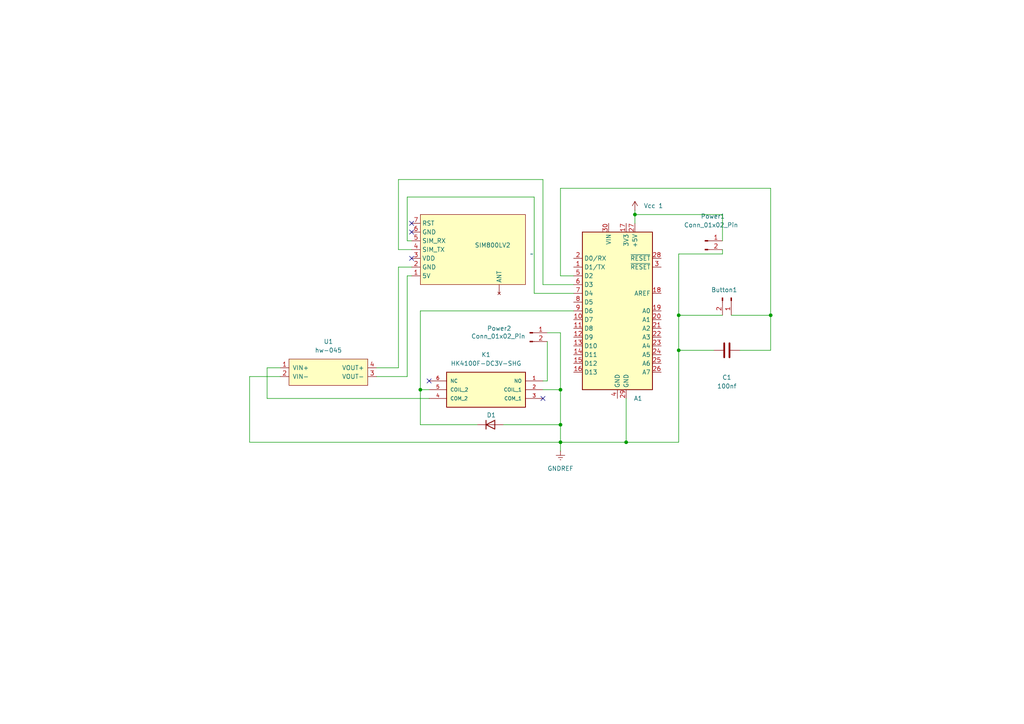
<source format=kicad_sch>
(kicad_sch
	(version 20231120)
	(generator "eeschema")
	(generator_version "8.0")
	(uuid "e16248c1-29cb-4fec-990c-2ca256fed6df")
	(paper "A4")
	(lib_symbols
		(symbol "Connector:Conn_01x02_Pin"
			(pin_names
				(offset 1.016) hide)
			(exclude_from_sim no)
			(in_bom yes)
			(on_board yes)
			(property "Reference" "J"
				(at 0 2.54 0)
				(effects
					(font
						(size 1.27 1.27)
					)
				)
			)
			(property "Value" "Conn_01x02_Pin"
				(at 0 -5.08 0)
				(effects
					(font
						(size 1.27 1.27)
					)
				)
			)
			(property "Footprint" ""
				(at 0 0 0)
				(effects
					(font
						(size 1.27 1.27)
					)
					(hide yes)
				)
			)
			(property "Datasheet" "~"
				(at 0 0 0)
				(effects
					(font
						(size 1.27 1.27)
					)
					(hide yes)
				)
			)
			(property "Description" "Generic connector, single row, 01x02, script generated"
				(at 0 0 0)
				(effects
					(font
						(size 1.27 1.27)
					)
					(hide yes)
				)
			)
			(property "ki_locked" ""
				(at 0 0 0)
				(effects
					(font
						(size 1.27 1.27)
					)
				)
			)
			(property "ki_keywords" "connector"
				(at 0 0 0)
				(effects
					(font
						(size 1.27 1.27)
					)
					(hide yes)
				)
			)
			(property "ki_fp_filters" "Connector*:*_1x??_*"
				(at 0 0 0)
				(effects
					(font
						(size 1.27 1.27)
					)
					(hide yes)
				)
			)
			(symbol "Conn_01x02_Pin_1_1"
				(polyline
					(pts
						(xy 1.27 -2.54) (xy 0.8636 -2.54)
					)
					(stroke
						(width 0.1524)
						(type default)
					)
					(fill
						(type none)
					)
				)
				(polyline
					(pts
						(xy 1.27 0) (xy 0.8636 0)
					)
					(stroke
						(width 0.1524)
						(type default)
					)
					(fill
						(type none)
					)
				)
				(rectangle
					(start 0.8636 -2.413)
					(end 0 -2.667)
					(stroke
						(width 0.1524)
						(type default)
					)
					(fill
						(type outline)
					)
				)
				(rectangle
					(start 0.8636 0.127)
					(end 0 -0.127)
					(stroke
						(width 0.1524)
						(type default)
					)
					(fill
						(type outline)
					)
				)
				(pin passive line
					(at 5.08 0 180)
					(length 3.81)
					(name "Pin_1"
						(effects
							(font
								(size 1.27 1.27)
							)
						)
					)
					(number "1"
						(effects
							(font
								(size 1.27 1.27)
							)
						)
					)
				)
				(pin passive line
					(at 5.08 -2.54 180)
					(length 3.81)
					(name "Pin_2"
						(effects
							(font
								(size 1.27 1.27)
							)
						)
					)
					(number "2"
						(effects
							(font
								(size 1.27 1.27)
							)
						)
					)
				)
			)
		)
		(symbol "Device:C"
			(pin_numbers hide)
			(pin_names
				(offset 0.254)
			)
			(exclude_from_sim no)
			(in_bom yes)
			(on_board yes)
			(property "Reference" "C"
				(at 0.635 2.54 0)
				(effects
					(font
						(size 1.27 1.27)
					)
					(justify left)
				)
			)
			(property "Value" "C"
				(at 0.635 -2.54 0)
				(effects
					(font
						(size 1.27 1.27)
					)
					(justify left)
				)
			)
			(property "Footprint" ""
				(at 0.9652 -3.81 0)
				(effects
					(font
						(size 1.27 1.27)
					)
					(hide yes)
				)
			)
			(property "Datasheet" "~"
				(at 0 0 0)
				(effects
					(font
						(size 1.27 1.27)
					)
					(hide yes)
				)
			)
			(property "Description" "Unpolarized capacitor"
				(at 0 0 0)
				(effects
					(font
						(size 1.27 1.27)
					)
					(hide yes)
				)
			)
			(property "ki_keywords" "cap capacitor"
				(at 0 0 0)
				(effects
					(font
						(size 1.27 1.27)
					)
					(hide yes)
				)
			)
			(property "ki_fp_filters" "C_*"
				(at 0 0 0)
				(effects
					(font
						(size 1.27 1.27)
					)
					(hide yes)
				)
			)
			(symbol "C_0_1"
				(polyline
					(pts
						(xy -2.032 -0.762) (xy 2.032 -0.762)
					)
					(stroke
						(width 0.508)
						(type default)
					)
					(fill
						(type none)
					)
				)
				(polyline
					(pts
						(xy -2.032 0.762) (xy 2.032 0.762)
					)
					(stroke
						(width 0.508)
						(type default)
					)
					(fill
						(type none)
					)
				)
			)
			(symbol "C_1_1"
				(pin passive line
					(at 0 3.81 270)
					(length 2.794)
					(name "~"
						(effects
							(font
								(size 1.27 1.27)
							)
						)
					)
					(number "1"
						(effects
							(font
								(size 1.27 1.27)
							)
						)
					)
				)
				(pin passive line
					(at 0 -3.81 90)
					(length 2.794)
					(name "~"
						(effects
							(font
								(size 1.27 1.27)
							)
						)
					)
					(number "2"
						(effects
							(font
								(size 1.27 1.27)
							)
						)
					)
				)
			)
		)
		(symbol "Device:D"
			(pin_numbers hide)
			(pin_names
				(offset 1.016) hide)
			(exclude_from_sim no)
			(in_bom yes)
			(on_board yes)
			(property "Reference" "D"
				(at 0 2.54 0)
				(effects
					(font
						(size 1.27 1.27)
					)
				)
			)
			(property "Value" "D"
				(at 0 -2.54 0)
				(effects
					(font
						(size 1.27 1.27)
					)
				)
			)
			(property "Footprint" ""
				(at 0 0 0)
				(effects
					(font
						(size 1.27 1.27)
					)
					(hide yes)
				)
			)
			(property "Datasheet" "~"
				(at 0 0 0)
				(effects
					(font
						(size 1.27 1.27)
					)
					(hide yes)
				)
			)
			(property "Description" "Diode"
				(at 0 0 0)
				(effects
					(font
						(size 1.27 1.27)
					)
					(hide yes)
				)
			)
			(property "Sim.Device" "D"
				(at 0 0 0)
				(effects
					(font
						(size 1.27 1.27)
					)
					(hide yes)
				)
			)
			(property "Sim.Pins" "1=K 2=A"
				(at 0 0 0)
				(effects
					(font
						(size 1.27 1.27)
					)
					(hide yes)
				)
			)
			(property "ki_keywords" "diode"
				(at 0 0 0)
				(effects
					(font
						(size 1.27 1.27)
					)
					(hide yes)
				)
			)
			(property "ki_fp_filters" "TO-???* *_Diode_* *SingleDiode* D_*"
				(at 0 0 0)
				(effects
					(font
						(size 1.27 1.27)
					)
					(hide yes)
				)
			)
			(symbol "D_0_1"
				(polyline
					(pts
						(xy -1.27 1.27) (xy -1.27 -1.27)
					)
					(stroke
						(width 0.254)
						(type default)
					)
					(fill
						(type none)
					)
				)
				(polyline
					(pts
						(xy 1.27 0) (xy -1.27 0)
					)
					(stroke
						(width 0)
						(type default)
					)
					(fill
						(type none)
					)
				)
				(polyline
					(pts
						(xy 1.27 1.27) (xy 1.27 -1.27) (xy -1.27 0) (xy 1.27 1.27)
					)
					(stroke
						(width 0.254)
						(type default)
					)
					(fill
						(type none)
					)
				)
			)
			(symbol "D_1_1"
				(pin passive line
					(at -3.81 0 0)
					(length 2.54)
					(name "K"
						(effects
							(font
								(size 1.27 1.27)
							)
						)
					)
					(number "1"
						(effects
							(font
								(size 1.27 1.27)
							)
						)
					)
				)
				(pin passive line
					(at 3.81 0 180)
					(length 2.54)
					(name "A"
						(effects
							(font
								(size 1.27 1.27)
							)
						)
					)
					(number "2"
						(effects
							(font
								(size 1.27 1.27)
							)
						)
					)
				)
			)
		)
		(symbol "HK4100F-DC5V-SHG:HK4100F-DC5V-SHG"
			(pin_names
				(offset 1.016)
			)
			(exclude_from_sim no)
			(in_bom yes)
			(on_board yes)
			(property "Reference" "K"
				(at -10.16 10.16 0)
				(effects
					(font
						(size 1.27 1.27)
					)
					(justify left)
				)
			)
			(property "Value" "HK4100F-DC5V-SHG"
				(at -10.16 7.62 0)
				(effects
					(font
						(size 1.27 1.27)
					)
					(justify left)
				)
			)
			(property "Footprint" "HK4100F-DC5V-SHG:HK4100FDC5VSHG"
				(at 0 0 0)
				(effects
					(font
						(size 1.27 1.27)
					)
					(justify bottom)
					(hide yes)
				)
			)
			(property "Datasheet" ""
				(at 0 0 0)
				(effects
					(font
						(size 1.27 1.27)
					)
					(hide yes)
				)
			)
			(property "Description" "Relays General Purpose Non Latching 5VDC SPDT 3A (250VAC , 30VDC) Max DIP RoHS"
				(at 0 0 0)
				(effects
					(font
						(size 1.27 1.27)
					)
					(justify bottom)
					(hide yes)
				)
			)
			(property "MANUFACTURER_NAME" "Ningbo Keke New Era Appliance"
				(at 0 0 0)
				(effects
					(font
						(size 1.27 1.27)
					)
					(justify bottom)
					(hide yes)
				)
			)
			(property "MF" "HUIKE"
				(at 0 0 0)
				(effects
					(font
						(size 1.27 1.27)
					)
					(justify bottom)
					(hide yes)
				)
			)
			(property "MOUSER_PRICE-STOCK" ""
				(at 0 0 0)
				(effects
					(font
						(size 1.27 1.27)
					)
					(justify bottom)
					(hide yes)
				)
			)
			(property "MOUSER_PART_NUMBER" ""
				(at 0 0 0)
				(effects
					(font
						(size 1.27 1.27)
					)
					(justify bottom)
					(hide yes)
				)
			)
			(property "Price" "None"
				(at 0 0 0)
				(effects
					(font
						(size 1.27 1.27)
					)
					(justify bottom)
					(hide yes)
				)
			)
			(property "Package" "Package"
				(at 0 0 0)
				(effects
					(font
						(size 1.27 1.27)
					)
					(justify bottom)
					(hide yes)
				)
			)
			(property "Check_prices" "https://www.snapeda.com/parts/HK4100F-DC5V-SHG/HUIKE/view-part/?ref=eda"
				(at 0 0 0)
				(effects
					(font
						(size 1.27 1.27)
					)
					(justify bottom)
					(hide yes)
				)
			)
			(property "HEIGHT" "12.1mm"
				(at 0 0 0)
				(effects
					(font
						(size 1.27 1.27)
					)
					(justify bottom)
					(hide yes)
				)
			)
			(property "MP" "HK4100F-DC5V-SHG"
				(at 0 0 0)
				(effects
					(font
						(size 1.27 1.27)
					)
					(justify bottom)
					(hide yes)
				)
			)
			(property "SnapEDA_Link" "https://www.snapeda.com/parts/HK4100F-DC5V-SHG/HUIKE/view-part/?ref=snap"
				(at 0 0 0)
				(effects
					(font
						(size 1.27 1.27)
					)
					(justify bottom)
					(hide yes)
				)
			)
			(property "ARROW_PRICE-STOCK" ""
				(at 0 0 0)
				(effects
					(font
						(size 1.27 1.27)
					)
					(justify bottom)
					(hide yes)
				)
			)
			(property "ARROW_PART_NUMBER" ""
				(at 0 0 0)
				(effects
					(font
						(size 1.27 1.27)
					)
					(justify bottom)
					(hide yes)
				)
			)
			(property "Description_1" "\n                        \n                            SUBMINIATURE SIGNAL RELAY\n                        \n"
				(at 0 0 0)
				(effects
					(font
						(size 1.27 1.27)
					)
					(justify bottom)
					(hide yes)
				)
			)
			(property "Availability" "Not in stock"
				(at 0 0 0)
				(effects
					(font
						(size 1.27 1.27)
					)
					(justify bottom)
					(hide yes)
				)
			)
			(property "MANUFACTURER_PART_NUMBER" "HK4100F-DC5V-SHG"
				(at 0 0 0)
				(effects
					(font
						(size 1.27 1.27)
					)
					(justify bottom)
					(hide yes)
				)
			)
			(symbol "HK4100F-DC5V-SHG_0_0"
				(rectangle
					(start -11.43 -5.08)
					(end 11.43 5.08)
					(stroke
						(width 0.254)
						(type default)
					)
					(fill
						(type background)
					)
				)
				(pin output line
					(at 16.51 2.54 180)
					(length 5.08)
					(name "NO"
						(effects
							(font
								(size 1.016 1.016)
							)
						)
					)
					(number "1"
						(effects
							(font
								(size 1.016 1.016)
							)
						)
					)
				)
				(pin bidirectional line
					(at 16.51 0 180)
					(length 5.08)
					(name "COIL_1"
						(effects
							(font
								(size 1.016 1.016)
							)
						)
					)
					(number "2"
						(effects
							(font
								(size 1.016 1.016)
							)
						)
					)
				)
				(pin bidirectional line
					(at 16.51 -2.54 180)
					(length 5.08)
					(name "COM_1"
						(effects
							(font
								(size 1.016 1.016)
							)
						)
					)
					(number "3"
						(effects
							(font
								(size 1.016 1.016)
							)
						)
					)
				)
				(pin bidirectional line
					(at -16.51 -2.54 0)
					(length 5.08)
					(name "COM_2"
						(effects
							(font
								(size 1.016 1.016)
							)
						)
					)
					(number "4"
						(effects
							(font
								(size 1.016 1.016)
							)
						)
					)
				)
				(pin bidirectional line
					(at -16.51 0 0)
					(length 5.08)
					(name "COIL_2"
						(effects
							(font
								(size 1.016 1.016)
							)
						)
					)
					(number "5"
						(effects
							(font
								(size 1.016 1.016)
							)
						)
					)
				)
				(pin output line
					(at -16.51 2.54 0)
					(length 5.08)
					(name "NC"
						(effects
							(font
								(size 1.016 1.016)
							)
						)
					)
					(number "6"
						(effects
							(font
								(size 1.016 1.016)
							)
						)
					)
				)
			)
		)
		(symbol "MCU_Module:Arduino_Nano_v3.x"
			(exclude_from_sim no)
			(in_bom yes)
			(on_board yes)
			(property "Reference" "A"
				(at -10.16 23.495 0)
				(effects
					(font
						(size 1.27 1.27)
					)
					(justify left bottom)
				)
			)
			(property "Value" "Arduino_Nano_v3.x"
				(at 5.08 -24.13 0)
				(effects
					(font
						(size 1.27 1.27)
					)
					(justify left top)
				)
			)
			(property "Footprint" "Module:Arduino_Nano"
				(at 0 0 0)
				(effects
					(font
						(size 1.27 1.27)
						(italic yes)
					)
					(hide yes)
				)
			)
			(property "Datasheet" "http://www.mouser.com/pdfdocs/Gravitech_Arduino_Nano3_0.pdf"
				(at 0 0 0)
				(effects
					(font
						(size 1.27 1.27)
					)
					(hide yes)
				)
			)
			(property "Description" "Arduino Nano v3.x"
				(at 0 0 0)
				(effects
					(font
						(size 1.27 1.27)
					)
					(hide yes)
				)
			)
			(property "ki_keywords" "Arduino nano microcontroller module USB"
				(at 0 0 0)
				(effects
					(font
						(size 1.27 1.27)
					)
					(hide yes)
				)
			)
			(property "ki_fp_filters" "Arduino*Nano*"
				(at 0 0 0)
				(effects
					(font
						(size 1.27 1.27)
					)
					(hide yes)
				)
			)
			(symbol "Arduino_Nano_v3.x_0_1"
				(rectangle
					(start -10.16 22.86)
					(end 10.16 -22.86)
					(stroke
						(width 0.254)
						(type default)
					)
					(fill
						(type background)
					)
				)
			)
			(symbol "Arduino_Nano_v3.x_1_1"
				(pin bidirectional line
					(at -12.7 12.7 0)
					(length 2.54)
					(name "D1/TX"
						(effects
							(font
								(size 1.27 1.27)
							)
						)
					)
					(number "1"
						(effects
							(font
								(size 1.27 1.27)
							)
						)
					)
				)
				(pin bidirectional line
					(at -12.7 -2.54 0)
					(length 2.54)
					(name "D7"
						(effects
							(font
								(size 1.27 1.27)
							)
						)
					)
					(number "10"
						(effects
							(font
								(size 1.27 1.27)
							)
						)
					)
				)
				(pin bidirectional line
					(at -12.7 -5.08 0)
					(length 2.54)
					(name "D8"
						(effects
							(font
								(size 1.27 1.27)
							)
						)
					)
					(number "11"
						(effects
							(font
								(size 1.27 1.27)
							)
						)
					)
				)
				(pin bidirectional line
					(at -12.7 -7.62 0)
					(length 2.54)
					(name "D9"
						(effects
							(font
								(size 1.27 1.27)
							)
						)
					)
					(number "12"
						(effects
							(font
								(size 1.27 1.27)
							)
						)
					)
				)
				(pin bidirectional line
					(at -12.7 -10.16 0)
					(length 2.54)
					(name "D10"
						(effects
							(font
								(size 1.27 1.27)
							)
						)
					)
					(number "13"
						(effects
							(font
								(size 1.27 1.27)
							)
						)
					)
				)
				(pin bidirectional line
					(at -12.7 -12.7 0)
					(length 2.54)
					(name "D11"
						(effects
							(font
								(size 1.27 1.27)
							)
						)
					)
					(number "14"
						(effects
							(font
								(size 1.27 1.27)
							)
						)
					)
				)
				(pin bidirectional line
					(at -12.7 -15.24 0)
					(length 2.54)
					(name "D12"
						(effects
							(font
								(size 1.27 1.27)
							)
						)
					)
					(number "15"
						(effects
							(font
								(size 1.27 1.27)
							)
						)
					)
				)
				(pin bidirectional line
					(at -12.7 -17.78 0)
					(length 2.54)
					(name "D13"
						(effects
							(font
								(size 1.27 1.27)
							)
						)
					)
					(number "16"
						(effects
							(font
								(size 1.27 1.27)
							)
						)
					)
				)
				(pin power_out line
					(at 2.54 25.4 270)
					(length 2.54)
					(name "3V3"
						(effects
							(font
								(size 1.27 1.27)
							)
						)
					)
					(number "17"
						(effects
							(font
								(size 1.27 1.27)
							)
						)
					)
				)
				(pin input line
					(at 12.7 5.08 180)
					(length 2.54)
					(name "AREF"
						(effects
							(font
								(size 1.27 1.27)
							)
						)
					)
					(number "18"
						(effects
							(font
								(size 1.27 1.27)
							)
						)
					)
				)
				(pin bidirectional line
					(at 12.7 0 180)
					(length 2.54)
					(name "A0"
						(effects
							(font
								(size 1.27 1.27)
							)
						)
					)
					(number "19"
						(effects
							(font
								(size 1.27 1.27)
							)
						)
					)
				)
				(pin bidirectional line
					(at -12.7 15.24 0)
					(length 2.54)
					(name "D0/RX"
						(effects
							(font
								(size 1.27 1.27)
							)
						)
					)
					(number "2"
						(effects
							(font
								(size 1.27 1.27)
							)
						)
					)
				)
				(pin bidirectional line
					(at 12.7 -2.54 180)
					(length 2.54)
					(name "A1"
						(effects
							(font
								(size 1.27 1.27)
							)
						)
					)
					(number "20"
						(effects
							(font
								(size 1.27 1.27)
							)
						)
					)
				)
				(pin bidirectional line
					(at 12.7 -5.08 180)
					(length 2.54)
					(name "A2"
						(effects
							(font
								(size 1.27 1.27)
							)
						)
					)
					(number "21"
						(effects
							(font
								(size 1.27 1.27)
							)
						)
					)
				)
				(pin bidirectional line
					(at 12.7 -7.62 180)
					(length 2.54)
					(name "A3"
						(effects
							(font
								(size 1.27 1.27)
							)
						)
					)
					(number "22"
						(effects
							(font
								(size 1.27 1.27)
							)
						)
					)
				)
				(pin bidirectional line
					(at 12.7 -10.16 180)
					(length 2.54)
					(name "A4"
						(effects
							(font
								(size 1.27 1.27)
							)
						)
					)
					(number "23"
						(effects
							(font
								(size 1.27 1.27)
							)
						)
					)
				)
				(pin bidirectional line
					(at 12.7 -12.7 180)
					(length 2.54)
					(name "A5"
						(effects
							(font
								(size 1.27 1.27)
							)
						)
					)
					(number "24"
						(effects
							(font
								(size 1.27 1.27)
							)
						)
					)
				)
				(pin bidirectional line
					(at 12.7 -15.24 180)
					(length 2.54)
					(name "A6"
						(effects
							(font
								(size 1.27 1.27)
							)
						)
					)
					(number "25"
						(effects
							(font
								(size 1.27 1.27)
							)
						)
					)
				)
				(pin bidirectional line
					(at 12.7 -17.78 180)
					(length 2.54)
					(name "A7"
						(effects
							(font
								(size 1.27 1.27)
							)
						)
					)
					(number "26"
						(effects
							(font
								(size 1.27 1.27)
							)
						)
					)
				)
				(pin power_out line
					(at 5.08 25.4 270)
					(length 2.54)
					(name "+5V"
						(effects
							(font
								(size 1.27 1.27)
							)
						)
					)
					(number "27"
						(effects
							(font
								(size 1.27 1.27)
							)
						)
					)
				)
				(pin input line
					(at 12.7 15.24 180)
					(length 2.54)
					(name "~{RESET}"
						(effects
							(font
								(size 1.27 1.27)
							)
						)
					)
					(number "28"
						(effects
							(font
								(size 1.27 1.27)
							)
						)
					)
				)
				(pin power_in line
					(at 2.54 -25.4 90)
					(length 2.54)
					(name "GND"
						(effects
							(font
								(size 1.27 1.27)
							)
						)
					)
					(number "29"
						(effects
							(font
								(size 1.27 1.27)
							)
						)
					)
				)
				(pin input line
					(at 12.7 12.7 180)
					(length 2.54)
					(name "~{RESET}"
						(effects
							(font
								(size 1.27 1.27)
							)
						)
					)
					(number "3"
						(effects
							(font
								(size 1.27 1.27)
							)
						)
					)
				)
				(pin power_in line
					(at -2.54 25.4 270)
					(length 2.54)
					(name "VIN"
						(effects
							(font
								(size 1.27 1.27)
							)
						)
					)
					(number "30"
						(effects
							(font
								(size 1.27 1.27)
							)
						)
					)
				)
				(pin power_in line
					(at 0 -25.4 90)
					(length 2.54)
					(name "GND"
						(effects
							(font
								(size 1.27 1.27)
							)
						)
					)
					(number "4"
						(effects
							(font
								(size 1.27 1.27)
							)
						)
					)
				)
				(pin bidirectional line
					(at -12.7 10.16 0)
					(length 2.54)
					(name "D2"
						(effects
							(font
								(size 1.27 1.27)
							)
						)
					)
					(number "5"
						(effects
							(font
								(size 1.27 1.27)
							)
						)
					)
				)
				(pin bidirectional line
					(at -12.7 7.62 0)
					(length 2.54)
					(name "D3"
						(effects
							(font
								(size 1.27 1.27)
							)
						)
					)
					(number "6"
						(effects
							(font
								(size 1.27 1.27)
							)
						)
					)
				)
				(pin bidirectional line
					(at -12.7 5.08 0)
					(length 2.54)
					(name "D4"
						(effects
							(font
								(size 1.27 1.27)
							)
						)
					)
					(number "7"
						(effects
							(font
								(size 1.27 1.27)
							)
						)
					)
				)
				(pin bidirectional line
					(at -12.7 2.54 0)
					(length 2.54)
					(name "D5"
						(effects
							(font
								(size 1.27 1.27)
							)
						)
					)
					(number "8"
						(effects
							(font
								(size 1.27 1.27)
							)
						)
					)
				)
				(pin bidirectional line
					(at -12.7 0 0)
					(length 2.54)
					(name "D6"
						(effects
							(font
								(size 1.27 1.27)
							)
						)
					)
					(number "9"
						(effects
							(font
								(size 1.27 1.27)
							)
						)
					)
				)
			)
		)
		(symbol "custom_SIM800LV2_ Library:SIM800LV2"
			(exclude_from_sim no)
			(in_bom yes)
			(on_board yes)
			(property "Reference" "SIM800LV2"
				(at -7.874 -5.588 0)
				(effects
					(font
						(size 1.27 1.27)
					)
				)
			)
			(property "Value" ""
				(at 0 0 0)
				(effects
					(font
						(size 1.27 1.27)
					)
				)
			)
			(property "Footprint" ""
				(at 0 0 0)
				(effects
					(font
						(size 1.27 1.27)
					)
					(hide yes)
				)
			)
			(property "Datasheet" ""
				(at 0 0 0)
				(effects
					(font
						(size 1.27 1.27)
					)
					(hide yes)
				)
			)
			(property "Description" ""
				(at 0 0 0)
				(effects
					(font
						(size 1.27 1.27)
					)
					(hide yes)
				)
			)
			(symbol "SIM800LV2_1_1"
				(rectangle
					(start -22.86 5.08)
					(end 7.62 -15.24)
					(stroke
						(width 0)
						(type default)
					)
					(fill
						(type background)
					)
				)
				(pin no_connect line
					(at -15.24 7.62 270)
					(length 2.54)
					(name "ANT"
						(effects
							(font
								(size 1.27 1.27)
							)
						)
					)
					(number ""
						(effects
							(font
								(size 1.27 1.27)
							)
						)
					)
				)
				(pin input line
					(at 10.16 2.54 180)
					(length 2.54)
					(name "5V"
						(effects
							(font
								(size 1.27 1.27)
							)
						)
					)
					(number "1"
						(effects
							(font
								(size 1.27 1.27)
							)
						)
					)
				)
				(pin input line
					(at 10.16 0 180)
					(length 2.54)
					(name "GND"
						(effects
							(font
								(size 1.27 1.27)
							)
						)
					)
					(number "2"
						(effects
							(font
								(size 1.27 1.27)
							)
						)
					)
				)
				(pin input line
					(at 10.16 -2.54 180)
					(length 2.54)
					(name "VDD"
						(effects
							(font
								(size 1.27 1.27)
							)
						)
					)
					(number "3"
						(effects
							(font
								(size 1.27 1.27)
							)
						)
					)
				)
				(pin output line
					(at 10.16 -5.08 180)
					(length 2.54)
					(name "SIM_TX"
						(effects
							(font
								(size 1.27 1.27)
							)
						)
					)
					(number "4"
						(effects
							(font
								(size 1.27 1.27)
							)
						)
					)
				)
				(pin input line
					(at 10.16 -7.62 180)
					(length 2.54)
					(name "SIM_RX"
						(effects
							(font
								(size 1.27 1.27)
							)
						)
					)
					(number "5"
						(effects
							(font
								(size 1.27 1.27)
							)
						)
					)
				)
				(pin input line
					(at 10.16 -10.16 180)
					(length 2.54)
					(name "GND"
						(effects
							(font
								(size 1.27 1.27)
							)
						)
					)
					(number "6"
						(effects
							(font
								(size 1.27 1.27)
							)
						)
					)
				)
				(pin input line
					(at 10.16 -12.7 180)
					(length 2.54)
					(name "RST"
						(effects
							(font
								(size 1.27 1.27)
							)
						)
					)
					(number "7"
						(effects
							(font
								(size 1.27 1.27)
							)
						)
					)
				)
			)
		)
		(symbol "hw-045:hw-045"
			(pin_names
				(offset 1.016)
			)
			(exclude_from_sim no)
			(in_bom yes)
			(on_board yes)
			(property "Reference" "U1"
				(at 1.27 10.16 0)
				(effects
					(font
						(size 1.27 1.27)
					)
				)
			)
			(property "Value" "hw-045"
				(at 1.27 7.62 0)
				(effects
					(font
						(size 1.27 1.27)
					)
				)
			)
			(property "Footprint" ""
				(at 0 0 0)
				(effects
					(font
						(size 1.27 1.27)
					)
					(hide yes)
				)
			)
			(property "Datasheet" ""
				(at 0 0 0)
				(effects
					(font
						(size 1.27 1.27)
					)
					(hide yes)
				)
			)
			(property "Description" ""
				(at 0 0 0)
				(effects
					(font
						(size 1.27 1.27)
					)
					(hide yes)
				)
			)
			(symbol "hw-045_0_1"
				(rectangle
					(start -10.16 5.08)
					(end 12.7 -2.54)
					(stroke
						(width 0)
						(type solid)
					)
					(fill
						(type background)
					)
				)
			)
			(symbol "hw-045_1_1"
				(pin input line
					(at -12.7 2.54 0)
					(length 2.54)
					(name "VIN+"
						(effects
							(font
								(size 1.27 1.27)
							)
						)
					)
					(number "1"
						(effects
							(font
								(size 1.27 1.27)
							)
						)
					)
				)
				(pin input line
					(at -12.7 0 0)
					(length 2.54)
					(name "VIN-"
						(effects
							(font
								(size 1.27 1.27)
							)
						)
					)
					(number "2"
						(effects
							(font
								(size 1.27 1.27)
							)
						)
					)
				)
				(pin input line
					(at 15.24 0 180)
					(length 2.54)
					(name "VOUT-"
						(effects
							(font
								(size 1.27 1.27)
							)
						)
					)
					(number "3"
						(effects
							(font
								(size 1.27 1.27)
							)
						)
					)
				)
				(pin input line
					(at 15.24 2.54 180)
					(length 2.54)
					(name "VOUT+"
						(effects
							(font
								(size 1.27 1.27)
							)
						)
					)
					(number "4"
						(effects
							(font
								(size 1.27 1.27)
							)
						)
					)
				)
			)
		)
		(symbol "power:GNDREF"
			(power)
			(pin_numbers hide)
			(pin_names
				(offset 0) hide)
			(exclude_from_sim no)
			(in_bom yes)
			(on_board yes)
			(property "Reference" "#PWR"
				(at 0 -6.35 0)
				(effects
					(font
						(size 1.27 1.27)
					)
					(hide yes)
				)
			)
			(property "Value" "GNDREF"
				(at 0 -3.81 0)
				(effects
					(font
						(size 1.27 1.27)
					)
				)
			)
			(property "Footprint" ""
				(at 0 0 0)
				(effects
					(font
						(size 1.27 1.27)
					)
					(hide yes)
				)
			)
			(property "Datasheet" ""
				(at 0 0 0)
				(effects
					(font
						(size 1.27 1.27)
					)
					(hide yes)
				)
			)
			(property "Description" "Power symbol creates a global label with name \"GNDREF\" , reference supply ground"
				(at 0 0 0)
				(effects
					(font
						(size 1.27 1.27)
					)
					(hide yes)
				)
			)
			(property "ki_keywords" "global power"
				(at 0 0 0)
				(effects
					(font
						(size 1.27 1.27)
					)
					(hide yes)
				)
			)
			(symbol "GNDREF_0_1"
				(polyline
					(pts
						(xy -0.635 -1.905) (xy 0.635 -1.905)
					)
					(stroke
						(width 0)
						(type default)
					)
					(fill
						(type none)
					)
				)
				(polyline
					(pts
						(xy -0.127 -2.54) (xy 0.127 -2.54)
					)
					(stroke
						(width 0)
						(type default)
					)
					(fill
						(type none)
					)
				)
				(polyline
					(pts
						(xy 0 -1.27) (xy 0 0)
					)
					(stroke
						(width 0)
						(type default)
					)
					(fill
						(type none)
					)
				)
				(polyline
					(pts
						(xy 1.27 -1.27) (xy -1.27 -1.27)
					)
					(stroke
						(width 0)
						(type default)
					)
					(fill
						(type none)
					)
				)
			)
			(symbol "GNDREF_1_1"
				(pin power_in line
					(at 0 0 270)
					(length 0)
					(name "~"
						(effects
							(font
								(size 1.27 1.27)
							)
						)
					)
					(number "1"
						(effects
							(font
								(size 1.27 1.27)
							)
						)
					)
				)
			)
		)
		(symbol "power:VCC"
			(power)
			(pin_numbers hide)
			(pin_names
				(offset 0) hide)
			(exclude_from_sim no)
			(in_bom yes)
			(on_board yes)
			(property "Reference" "#PWR"
				(at 0 -3.81 0)
				(effects
					(font
						(size 1.27 1.27)
					)
					(hide yes)
				)
			)
			(property "Value" "VCC"
				(at 0 3.556 0)
				(effects
					(font
						(size 1.27 1.27)
					)
				)
			)
			(property "Footprint" ""
				(at 0 0 0)
				(effects
					(font
						(size 1.27 1.27)
					)
					(hide yes)
				)
			)
			(property "Datasheet" ""
				(at 0 0 0)
				(effects
					(font
						(size 1.27 1.27)
					)
					(hide yes)
				)
			)
			(property "Description" "Power symbol creates a global label with name \"VCC\""
				(at 0 0 0)
				(effects
					(font
						(size 1.27 1.27)
					)
					(hide yes)
				)
			)
			(property "ki_keywords" "global power"
				(at 0 0 0)
				(effects
					(font
						(size 1.27 1.27)
					)
					(hide yes)
				)
			)
			(symbol "VCC_0_1"
				(polyline
					(pts
						(xy -0.762 1.27) (xy 0 2.54)
					)
					(stroke
						(width 0)
						(type default)
					)
					(fill
						(type none)
					)
				)
				(polyline
					(pts
						(xy 0 0) (xy 0 2.54)
					)
					(stroke
						(width 0)
						(type default)
					)
					(fill
						(type none)
					)
				)
				(polyline
					(pts
						(xy 0 2.54) (xy 0.762 1.27)
					)
					(stroke
						(width 0)
						(type default)
					)
					(fill
						(type none)
					)
				)
			)
			(symbol "VCC_1_1"
				(pin power_in line
					(at 0 0 90)
					(length 0)
					(name "~"
						(effects
							(font
								(size 1.27 1.27)
							)
						)
					)
					(number "1"
						(effects
							(font
								(size 1.27 1.27)
							)
						)
					)
				)
			)
		)
	)
	(junction
		(at 184.15 62.23)
		(diameter 0)
		(color 0 0 0 0)
		(uuid "0aedb708-b529-4592-a2da-607525319ad5")
	)
	(junction
		(at 121.92 113.03)
		(diameter 0)
		(color 0 0 0 0)
		(uuid "2830a4b0-20d2-4f68-9ef8-4ece03d6c951")
	)
	(junction
		(at 162.56 128.27)
		(diameter 0)
		(color 0 0 0 0)
		(uuid "643676dc-3e79-4a46-85e6-691c13c3dc4e")
	)
	(junction
		(at 223.52 91.44)
		(diameter 0)
		(color 0 0 0 0)
		(uuid "9f4a10ff-e666-42db-a524-a3f51a925d52")
	)
	(junction
		(at 196.85 101.6)
		(diameter 0)
		(color 0 0 0 0)
		(uuid "a9d246a7-8d42-4eee-89f3-cae3f940b690")
	)
	(junction
		(at 162.56 113.03)
		(diameter 0)
		(color 0 0 0 0)
		(uuid "acf93eed-d58e-48b6-9cf7-7c75fcabaf7f")
	)
	(junction
		(at 181.61 128.27)
		(diameter 0)
		(color 0 0 0 0)
		(uuid "babf74bc-9a3f-42fd-9fd1-b86fdc69bcc6")
	)
	(junction
		(at 196.85 91.44)
		(diameter 0)
		(color 0 0 0 0)
		(uuid "ccc2cd92-bf2c-4215-b9aa-f900e18303ab")
	)
	(junction
		(at 162.56 123.19)
		(diameter 0)
		(color 0 0 0 0)
		(uuid "f572b8f1-2b62-482f-ba8a-b8c0a5ad24e7")
	)
	(no_connect
		(at 119.38 74.93)
		(uuid "4417ec28-a738-405a-b551-d32ff8c2ada3")
	)
	(no_connect
		(at 124.46 110.49)
		(uuid "557a6ac0-db78-40c1-886f-0bae76b54e7a")
	)
	(no_connect
		(at 157.48 115.57)
		(uuid "7a36e95c-e2c7-44e1-af2f-3247aea1a05c")
	)
	(no_connect
		(at 119.38 64.77)
		(uuid "7b4d9311-191f-488e-a515-b3a6cb53bc49")
	)
	(no_connect
		(at 119.38 67.31)
		(uuid "9cfdac9d-dfc3-471c-a70d-f913fff79f6f")
	)
	(wire
		(pts
			(xy 121.92 113.03) (xy 124.46 113.03)
		)
		(stroke
			(width 0)
			(type default)
		)
		(uuid "078eeb15-b7c9-4492-a4d9-fb16fff8e729")
	)
	(wire
		(pts
			(xy 196.85 128.27) (xy 181.61 128.27)
		)
		(stroke
			(width 0)
			(type default)
		)
		(uuid "09af7e18-88f0-4224-a8d9-0516b22e4dac")
	)
	(wire
		(pts
			(xy 162.56 54.61) (xy 162.56 80.01)
		)
		(stroke
			(width 0)
			(type default)
		)
		(uuid "0aca532e-ee9e-4fcd-87ac-9e929d0f4d1f")
	)
	(wire
		(pts
			(xy 109.22 106.68) (xy 115.57 106.68)
		)
		(stroke
			(width 0)
			(type default)
		)
		(uuid "15003622-06d4-48f6-9d0f-7a0eeaf873a6")
	)
	(wire
		(pts
			(xy 162.56 113.03) (xy 162.56 123.19)
		)
		(stroke
			(width 0)
			(type default)
		)
		(uuid "1759cbcf-1e98-411e-a4e3-9b66644659a5")
	)
	(wire
		(pts
			(xy 157.48 82.55) (xy 166.37 82.55)
		)
		(stroke
			(width 0)
			(type default)
		)
		(uuid "1fecd061-0275-42bf-8a17-5c7a4a4e29d3")
	)
	(wire
		(pts
			(xy 124.46 115.57) (xy 77.47 115.57)
		)
		(stroke
			(width 0)
			(type default)
		)
		(uuid "23790f2a-b208-4752-a014-28e72e86c3b6")
	)
	(wire
		(pts
			(xy 223.52 91.44) (xy 223.52 101.6)
		)
		(stroke
			(width 0)
			(type default)
		)
		(uuid "2456a42a-bfab-43ad-9737-4c83c30218b1")
	)
	(wire
		(pts
			(xy 209.55 62.23) (xy 184.15 62.23)
		)
		(stroke
			(width 0)
			(type default)
		)
		(uuid "287fd148-ac13-4706-af0a-1b02a98b88e9")
	)
	(wire
		(pts
			(xy 109.22 109.22) (xy 118.11 109.22)
		)
		(stroke
			(width 0)
			(type default)
		)
		(uuid "29cf1af8-d4a2-4498-a2b7-3b73487d503e")
	)
	(wire
		(pts
			(xy 154.94 85.09) (xy 166.37 85.09)
		)
		(stroke
			(width 0)
			(type default)
		)
		(uuid "2b0d73b5-e885-4986-a46a-71b0c5325ede")
	)
	(wire
		(pts
			(xy 196.85 91.44) (xy 196.85 101.6)
		)
		(stroke
			(width 0)
			(type default)
		)
		(uuid "2d0b3bed-be90-4623-b6f1-ed0ba6e939d7")
	)
	(wire
		(pts
			(xy 118.11 109.22) (xy 118.11 80.01)
		)
		(stroke
			(width 0)
			(type default)
		)
		(uuid "300a1463-c557-4a20-b83b-f8652b175c81")
	)
	(wire
		(pts
			(xy 154.94 57.15) (xy 154.94 85.09)
		)
		(stroke
			(width 0)
			(type default)
		)
		(uuid "306bbc68-232c-4b1c-a5b4-b7f7c77fe11b")
	)
	(wire
		(pts
			(xy 157.48 52.07) (xy 157.48 82.55)
		)
		(stroke
			(width 0)
			(type default)
		)
		(uuid "30a59896-2a9e-4f2b-afa3-a2ac141f14fa")
	)
	(wire
		(pts
			(xy 196.85 91.44) (xy 209.55 91.44)
		)
		(stroke
			(width 0)
			(type default)
		)
		(uuid "30d2a6c2-5a13-41fd-92e3-b6a0450e4f8a")
	)
	(wire
		(pts
			(xy 115.57 72.39) (xy 119.38 72.39)
		)
		(stroke
			(width 0)
			(type default)
		)
		(uuid "3154f251-db83-42bd-a299-7e121fc2bf53")
	)
	(wire
		(pts
			(xy 162.56 96.52) (xy 162.56 113.03)
		)
		(stroke
			(width 0)
			(type default)
		)
		(uuid "3d5037ed-1a0d-45f4-bf43-21c8edcf2c3c")
	)
	(wire
		(pts
			(xy 223.52 54.61) (xy 162.56 54.61)
		)
		(stroke
			(width 0)
			(type default)
		)
		(uuid "459cdf11-bd9b-4770-818c-74ba1c553420")
	)
	(wire
		(pts
			(xy 196.85 101.6) (xy 207.01 101.6)
		)
		(stroke
			(width 0)
			(type default)
		)
		(uuid "45ac5014-bead-46b6-922a-ec1a1e676358")
	)
	(wire
		(pts
			(xy 157.48 52.07) (xy 115.57 52.07)
		)
		(stroke
			(width 0)
			(type default)
		)
		(uuid "4762db73-df96-49ff-b26e-1ab5ec8af4dc")
	)
	(wire
		(pts
			(xy 121.92 123.19) (xy 121.92 113.03)
		)
		(stroke
			(width 0)
			(type default)
		)
		(uuid "4972976a-3ca5-4c7e-bfea-4d462d899745")
	)
	(wire
		(pts
			(xy 77.47 115.57) (xy 77.47 106.68)
		)
		(stroke
			(width 0)
			(type default)
		)
		(uuid "510a8389-f741-4b5e-b2f6-ba8f5fccbf31")
	)
	(wire
		(pts
			(xy 115.57 77.47) (xy 115.57 106.68)
		)
		(stroke
			(width 0)
			(type default)
		)
		(uuid "53c176cf-2582-4fad-b6dc-22045c997925")
	)
	(wire
		(pts
			(xy 209.55 73.66) (xy 209.55 72.39)
		)
		(stroke
			(width 0)
			(type default)
		)
		(uuid "59fa5197-0ba7-4fed-baea-08024597c2c2")
	)
	(wire
		(pts
			(xy 72.39 109.22) (xy 72.39 128.27)
		)
		(stroke
			(width 0)
			(type default)
		)
		(uuid "5c2d02a3-a28d-4f14-83ed-5d05f73c1955")
	)
	(wire
		(pts
			(xy 162.56 123.19) (xy 162.56 128.27)
		)
		(stroke
			(width 0)
			(type default)
		)
		(uuid "5e18ee1c-3630-494a-b709-7ecb713a0584")
	)
	(wire
		(pts
			(xy 162.56 80.01) (xy 166.37 80.01)
		)
		(stroke
			(width 0)
			(type default)
		)
		(uuid "6a0db2b0-866d-4bb3-ad3e-d77d52ef46eb")
	)
	(wire
		(pts
			(xy 158.75 96.52) (xy 162.56 96.52)
		)
		(stroke
			(width 0)
			(type default)
		)
		(uuid "6c4ab3c8-fd94-477f-8bd8-cb05d6ab114d")
	)
	(wire
		(pts
			(xy 72.39 109.22) (xy 81.28 109.22)
		)
		(stroke
			(width 0)
			(type default)
		)
		(uuid "7d38e12e-4db2-4c51-b6ae-a68eb704bdac")
	)
	(wire
		(pts
			(xy 184.15 62.23) (xy 184.15 64.77)
		)
		(stroke
			(width 0)
			(type default)
		)
		(uuid "7dfeb2a9-1785-432e-9e55-9735d4c18ccd")
	)
	(wire
		(pts
			(xy 181.61 115.57) (xy 181.61 128.27)
		)
		(stroke
			(width 0)
			(type default)
		)
		(uuid "8849eecc-12bf-42cb-a889-9cdf276507f1")
	)
	(wire
		(pts
			(xy 118.11 80.01) (xy 119.38 80.01)
		)
		(stroke
			(width 0)
			(type default)
		)
		(uuid "8a1f3d5e-d0b9-4f74-9ce5-2f005debb3c8")
	)
	(wire
		(pts
			(xy 223.52 54.61) (xy 223.52 91.44)
		)
		(stroke
			(width 0)
			(type default)
		)
		(uuid "8e92885e-f63e-46ae-91e6-0e564aff4f34")
	)
	(wire
		(pts
			(xy 209.55 69.85) (xy 209.55 62.23)
		)
		(stroke
			(width 0)
			(type default)
		)
		(uuid "8f014521-340a-43b4-82db-d4e23287b665")
	)
	(wire
		(pts
			(xy 146.05 123.19) (xy 162.56 123.19)
		)
		(stroke
			(width 0)
			(type default)
		)
		(uuid "9b43a988-a106-4b03-af8a-b6f13be04153")
	)
	(wire
		(pts
			(xy 162.56 128.27) (xy 181.61 128.27)
		)
		(stroke
			(width 0)
			(type default)
		)
		(uuid "9c0c0212-5673-4a47-a084-c63546df4044")
	)
	(wire
		(pts
			(xy 223.52 101.6) (xy 214.63 101.6)
		)
		(stroke
			(width 0)
			(type default)
		)
		(uuid "a2e95c2a-8506-4f98-996f-bb16c2bb2b19")
	)
	(wire
		(pts
			(xy 121.92 90.17) (xy 121.92 113.03)
		)
		(stroke
			(width 0)
			(type default)
		)
		(uuid "a5129b58-f60f-44d5-a3b2-52a6add309d0")
	)
	(wire
		(pts
			(xy 209.55 73.66) (xy 196.85 73.66)
		)
		(stroke
			(width 0)
			(type default)
		)
		(uuid "a82f2ff1-f325-4f17-ae01-db0f1d51efb3")
	)
	(wire
		(pts
			(xy 157.48 113.03) (xy 162.56 113.03)
		)
		(stroke
			(width 0)
			(type default)
		)
		(uuid "ac29c898-2f15-460f-9295-25f67bb6df8a")
	)
	(wire
		(pts
			(xy 138.43 123.19) (xy 121.92 123.19)
		)
		(stroke
			(width 0)
			(type default)
		)
		(uuid "be406f3e-5499-48f1-9cc7-ada388ba8a10")
	)
	(wire
		(pts
			(xy 158.75 99.06) (xy 158.75 110.49)
		)
		(stroke
			(width 0)
			(type default)
		)
		(uuid "c41c4f9b-f957-4d6e-968e-b9bf99890255")
	)
	(wire
		(pts
			(xy 115.57 52.07) (xy 115.57 72.39)
		)
		(stroke
			(width 0)
			(type default)
		)
		(uuid "c56c9d36-dbe0-49a0-8235-ce0cea0b60c4")
	)
	(wire
		(pts
			(xy 212.09 91.44) (xy 223.52 91.44)
		)
		(stroke
			(width 0)
			(type default)
		)
		(uuid "c7d65ee3-448b-4bb3-b778-0f5ebff55e46")
	)
	(wire
		(pts
			(xy 196.85 101.6) (xy 196.85 128.27)
		)
		(stroke
			(width 0)
			(type default)
		)
		(uuid "cf37b2b2-ac1f-40fb-8f8d-7347e8670e4b")
	)
	(wire
		(pts
			(xy 196.85 73.66) (xy 196.85 91.44)
		)
		(stroke
			(width 0)
			(type default)
		)
		(uuid "cff958b1-8abb-4c67-b5b2-3e41839b67a7")
	)
	(wire
		(pts
			(xy 77.47 106.68) (xy 81.28 106.68)
		)
		(stroke
			(width 0)
			(type default)
		)
		(uuid "d228185a-b156-4d75-95eb-ce3560eb0ab2")
	)
	(wire
		(pts
			(xy 118.11 57.15) (xy 118.11 69.85)
		)
		(stroke
			(width 0)
			(type default)
		)
		(uuid "da8caa18-2cc3-4f74-a275-efe534881ac5")
	)
	(wire
		(pts
			(xy 158.75 110.49) (xy 157.48 110.49)
		)
		(stroke
			(width 0)
			(type default)
		)
		(uuid "db69bf6f-a046-40ef-b8e0-ad12f275ba91")
	)
	(wire
		(pts
			(xy 162.56 130.81) (xy 162.56 128.27)
		)
		(stroke
			(width 0)
			(type default)
		)
		(uuid "e32efc1e-c30b-4125-acc2-69001152ae0a")
	)
	(wire
		(pts
			(xy 154.94 57.15) (xy 118.11 57.15)
		)
		(stroke
			(width 0)
			(type default)
		)
		(uuid "ea312440-9c26-44aa-9c84-28b77bdc2a11")
	)
	(wire
		(pts
			(xy 118.11 69.85) (xy 119.38 69.85)
		)
		(stroke
			(width 0)
			(type default)
		)
		(uuid "eb2cc6b0-ed1f-46b2-9ee1-36b2b5d86c7b")
	)
	(wire
		(pts
			(xy 121.92 90.17) (xy 166.37 90.17)
		)
		(stroke
			(width 0)
			(type default)
		)
		(uuid "ece50208-78ea-48bb-b718-1fc7adf5be42")
	)
	(wire
		(pts
			(xy 115.57 77.47) (xy 119.38 77.47)
		)
		(stroke
			(width 0)
			(type default)
		)
		(uuid "f299e722-54ae-4dce-ab67-d41749785ef4")
	)
	(wire
		(pts
			(xy 72.39 128.27) (xy 162.56 128.27)
		)
		(stroke
			(width 0)
			(type default)
		)
		(uuid "f71ab013-06a9-466e-8e0d-9ab2a2eb092f")
	)
	(wire
		(pts
			(xy 184.15 60.96) (xy 184.15 62.23)
		)
		(stroke
			(width 0)
			(type default)
		)
		(uuid "fe37e614-94e2-443f-812e-805e44245906")
	)
	(symbol
		(lib_id "hw-045:hw-045")
		(at 93.98 109.22 0)
		(unit 1)
		(exclude_from_sim no)
		(in_bom yes)
		(on_board yes)
		(dnp no)
		(fields_autoplaced yes)
		(uuid "023229c7-4791-40c1-b913-31dd4af088b6")
		(property "Reference" "U1"
			(at 95.25 99.06 0)
			(effects
				(font
					(size 1.27 1.27)
				)
			)
		)
		(property "Value" "hw-045"
			(at 95.25 101.6 0)
			(effects
				(font
					(size 1.27 1.27)
				)
			)
		)
		(property "Footprint" "misc_footprints:MT3608_module"
			(at 93.98 109.22 0)
			(effects
				(font
					(size 1.27 1.27)
				)
				(hide yes)
			)
		)
		(property "Datasheet" ""
			(at 93.98 109.22 0)
			(effects
				(font
					(size 1.27 1.27)
				)
				(hide yes)
			)
		)
		(property "Description" ""
			(at 93.98 109.22 0)
			(effects
				(font
					(size 1.27 1.27)
				)
				(hide yes)
			)
		)
		(pin "4"
			(uuid "95c7c08c-3a58-4792-b3a7-45f0ffc9cacd")
		)
		(pin "2"
			(uuid "78c3e755-fc23-469f-81c4-8e7a0bed33f9")
		)
		(pin "1"
			(uuid "c51a9d8d-5b4b-4383-a5f7-dd1b0d527041")
		)
		(pin "3"
			(uuid "30ed51aa-f788-4fcb-8b4e-f9386e684cca")
		)
		(instances
			(project ""
				(path "/e16248c1-29cb-4fec-990c-2ca256fed6df"
					(reference "U1")
					(unit 1)
				)
			)
		)
	)
	(symbol
		(lib_id "Connector:Conn_01x02_Pin")
		(at 204.47 69.85 0)
		(unit 1)
		(exclude_from_sim no)
		(in_bom yes)
		(on_board yes)
		(dnp no)
		(uuid "31d06165-8bdd-4c47-a30c-763f8e422d2c")
		(property "Reference" "Power1"
			(at 206.756 62.738 0)
			(effects
				(font
					(size 1.27 1.27)
				)
			)
		)
		(property "Value" "Conn_01x02_Pin"
			(at 206.248 65.278 0)
			(effects
				(font
					(size 1.27 1.27)
				)
			)
		)
		(property "Footprint" "Connector_JST:JST_EH_B2B-EH-A_1x02_P2.50mm_Vertical"
			(at 204.47 69.85 0)
			(effects
				(font
					(size 1.27 1.27)
				)
				(hide yes)
			)
		)
		(property "Datasheet" "~"
			(at 204.47 69.85 0)
			(effects
				(font
					(size 1.27 1.27)
				)
				(hide yes)
			)
		)
		(property "Description" "Generic connector, single row, 01x02, script generated"
			(at 204.47 69.85 0)
			(effects
				(font
					(size 1.27 1.27)
				)
				(hide yes)
			)
		)
		(pin "1"
			(uuid "46eb4335-db78-48c5-a601-a939ad2fd36f")
		)
		(pin "2"
			(uuid "ee971863-6153-4316-8ce7-1233a66403bf")
		)
		(instances
			(project "button new"
				(path "/e16248c1-29cb-4fec-990c-2ca256fed6df"
					(reference "Power1")
					(unit 1)
				)
			)
		)
	)
	(symbol
		(lib_id "HK4100F-DC5V-SHG:HK4100F-DC5V-SHG")
		(at 140.97 113.03 0)
		(unit 1)
		(exclude_from_sim no)
		(in_bom yes)
		(on_board yes)
		(dnp no)
		(fields_autoplaced yes)
		(uuid "3b8577a2-bc5d-4307-8fe1-85f816d47c4b")
		(property "Reference" "K1"
			(at 140.97 102.87 0)
			(effects
				(font
					(size 1.27 1.27)
				)
			)
		)
		(property "Value" "HK4100F-DC3V-SHG"
			(at 140.97 105.41 0)
			(effects
				(font
					(size 1.27 1.27)
				)
			)
		)
		(property "Footprint" "HK4100F-DC5V-SHG (1):HK4100FDC5VSHG"
			(at 140.97 113.03 0)
			(effects
				(font
					(size 1.27 1.27)
				)
				(justify bottom)
				(hide yes)
			)
		)
		(property "Datasheet" ""
			(at 140.97 113.03 0)
			(effects
				(font
					(size 1.27 1.27)
				)
				(hide yes)
			)
		)
		(property "Description" ""
			(at 140.97 113.03 0)
			(effects
				(font
					(size 1.27 1.27)
				)
				(hide yes)
			)
		)
		(property "MANUFACTURER_NAME" "Ningbo Keke New Era Appliance"
			(at 140.97 113.03 0)
			(effects
				(font
					(size 1.27 1.27)
				)
				(justify bottom)
				(hide yes)
			)
		)
		(property "MF" "HUIKE"
			(at 140.97 113.03 0)
			(effects
				(font
					(size 1.27 1.27)
				)
				(justify bottom)
				(hide yes)
			)
		)
		(property "MOUSER_PRICE-STOCK" ""
			(at 140.97 113.03 0)
			(effects
				(font
					(size 1.27 1.27)
				)
				(justify bottom)
				(hide yes)
			)
		)
		(property "DESCRIPTION" "Relays General Purpose Non Latching 5VDC SPDT 3A (250VAC , 30VDC) Max DIP RoHS"
			(at 140.97 113.03 0)
			(effects
				(font
					(size 1.27 1.27)
				)
				(justify bottom)
				(hide yes)
			)
		)
		(property "MOUSER_PART_NUMBER" ""
			(at 140.97 113.03 0)
			(effects
				(font
					(size 1.27 1.27)
				)
				(justify bottom)
				(hide yes)
			)
		)
		(property "Price" "None"
			(at 140.97 113.03 0)
			(effects
				(font
					(size 1.27 1.27)
				)
				(justify bottom)
				(hide yes)
			)
		)
		(property "Package" "Package"
			(at 140.97 113.03 0)
			(effects
				(font
					(size 1.27 1.27)
				)
				(justify bottom)
				(hide yes)
			)
		)
		(property "Check_prices" "https://www.snapeda.com/parts/HK4100F-DC5V-SHG/HUIKE/view-part/?ref=eda"
			(at 140.97 113.03 0)
			(effects
				(font
					(size 1.27 1.27)
				)
				(justify bottom)
				(hide yes)
			)
		)
		(property "HEIGHT" "12.1mm"
			(at 140.97 113.03 0)
			(effects
				(font
					(size 1.27 1.27)
				)
				(justify bottom)
				(hide yes)
			)
		)
		(property "MP" "HK4100F-DC5V-SHG"
			(at 140.97 113.03 0)
			(effects
				(font
					(size 1.27 1.27)
				)
				(justify bottom)
				(hide yes)
			)
		)
		(property "SnapEDA_Link" "https://www.snapeda.com/parts/HK4100F-DC5V-SHG/HUIKE/view-part/?ref=snap"
			(at 140.97 113.03 0)
			(effects
				(font
					(size 1.27 1.27)
				)
				(justify bottom)
				(hide yes)
			)
		)
		(property "ARROW_PRICE-STOCK" ""
			(at 140.97 113.03 0)
			(effects
				(font
					(size 1.27 1.27)
				)
				(justify bottom)
				(hide yes)
			)
		)
		(property "ARROW_PART_NUMBER" ""
			(at 140.97 113.03 0)
			(effects
				(font
					(size 1.27 1.27)
				)
				(justify bottom)
				(hide yes)
			)
		)
		(property "Description_1" "\n                        \n                            SUBMINIATURE SIGNAL RELAY\n                        \n"
			(at 140.97 113.03 0)
			(effects
				(font
					(size 1.27 1.27)
				)
				(justify bottom)
				(hide yes)
			)
		)
		(property "Availability" "Not in stock"
			(at 140.97 113.03 0)
			(effects
				(font
					(size 1.27 1.27)
				)
				(justify bottom)
				(hide yes)
			)
		)
		(property "MANUFACTURER_PART_NUMBER" "HK4100F-DC5V-SHG"
			(at 140.97 113.03 0)
			(effects
				(font
					(size 1.27 1.27)
				)
				(justify bottom)
				(hide yes)
			)
		)
		(pin "4"
			(uuid "4eaa0465-39d6-4c2c-91fe-56c4d933690c")
		)
		(pin "2"
			(uuid "6bde2f81-974a-4b5e-8089-fb4bfbe3fb7d")
		)
		(pin "5"
			(uuid "5d6e5da0-1d74-417f-bef3-d6ad82d9f818")
		)
		(pin "6"
			(uuid "2de883da-b4df-40de-9e5b-f81b01cb4429")
		)
		(pin "1"
			(uuid "401e68ef-ddf9-4530-938f-de7026d786ba")
		)
		(pin "3"
			(uuid "17361fda-e4e1-481c-a343-bb1acb88bb57")
		)
		(instances
			(project ""
				(path "/e16248c1-29cb-4fec-990c-2ca256fed6df"
					(reference "K1")
					(unit 1)
				)
			)
		)
	)
	(symbol
		(lib_id "Device:C")
		(at 210.82 101.6 90)
		(unit 1)
		(exclude_from_sim no)
		(in_bom yes)
		(on_board yes)
		(dnp no)
		(uuid "45e9615b-1b58-444d-9505-6db3eecdf35e")
		(property "Reference" "C1"
			(at 210.82 109.474 90)
			(effects
				(font
					(size 1.27 1.27)
				)
			)
		)
		(property "Value" "100nf"
			(at 210.82 112.014 90)
			(effects
				(font
					(size 1.27 1.27)
				)
			)
		)
		(property "Footprint" "Capacitor_THT:C_Disc_D5.1mm_W3.2mm_P5.00mm"
			(at 214.63 100.6348 0)
			(effects
				(font
					(size 1.27 1.27)
				)
				(hide yes)
			)
		)
		(property "Datasheet" "~"
			(at 210.82 101.6 0)
			(effects
				(font
					(size 1.27 1.27)
				)
				(hide yes)
			)
		)
		(property "Description" "Unpolarized capacitor"
			(at 210.82 101.6 0)
			(effects
				(font
					(size 1.27 1.27)
				)
				(hide yes)
			)
		)
		(pin "1"
			(uuid "77327df6-0f67-43c3-b3b9-d8470b516832")
		)
		(pin "2"
			(uuid "8fa9114d-d0b9-484b-8f99-e0fbfc8bc015")
		)
		(instances
			(project ""
				(path "/e16248c1-29cb-4fec-990c-2ca256fed6df"
					(reference "C1")
					(unit 1)
				)
			)
		)
	)
	(symbol
		(lib_id "custom_SIM800LV2_ Library:SIM800LV2")
		(at 129.54 77.47 180)
		(unit 1)
		(exclude_from_sim no)
		(in_bom yes)
		(on_board yes)
		(dnp no)
		(uuid "4db9591a-03ba-47e0-b74d-0d1dd600f254")
		(property "Reference" "SIM800LV2"
			(at 137.668 71.12 0)
			(effects
				(font
					(size 1.27 1.27)
				)
				(justify right)
			)
		)
		(property "Value" "~"
			(at 153.67 73.66 0)
			(effects
				(font
					(size 1.27 1.27)
				)
				(justify right)
			)
		)
		(property "Footprint" "SIM800L:SIM800"
			(at 129.54 77.47 0)
			(effects
				(font
					(size 1.27 1.27)
				)
				(hide yes)
			)
		)
		(property "Datasheet" ""
			(at 129.54 77.47 0)
			(effects
				(font
					(size 1.27 1.27)
				)
				(hide yes)
			)
		)
		(property "Description" ""
			(at 129.54 77.47 0)
			(effects
				(font
					(size 1.27 1.27)
				)
				(hide yes)
			)
		)
		(pin "4"
			(uuid "d9b63026-1b8e-430e-8345-a9c6854598e6")
		)
		(pin "3"
			(uuid "9e2d14b7-847e-4bf4-9bd4-1d33f392598f")
		)
		(pin "7"
			(uuid "9a6b2e98-2053-4dc4-b07e-afef6ee1f5d1")
		)
		(pin "2"
			(uuid "46bbb8bd-5ac0-416f-86c9-484c84206d51")
		)
		(pin ""
			(uuid "d95699d7-fa08-45a5-bbb0-8ba56761050f")
		)
		(pin "6"
			(uuid "97fd88db-c506-4c68-915c-28665cd95bb9")
		)
		(pin "1"
			(uuid "698f1259-5e84-4256-93ed-ee3e36f7d533")
		)
		(pin "5"
			(uuid "98641361-dc89-4a22-9c59-24c67c516761")
		)
		(instances
			(project ""
				(path "/e16248c1-29cb-4fec-990c-2ca256fed6df"
					(reference "SIM800LV2")
					(unit 1)
				)
			)
		)
	)
	(symbol
		(lib_id "Connector:Conn_01x02_Pin")
		(at 153.67 96.52 0)
		(unit 1)
		(exclude_from_sim no)
		(in_bom yes)
		(on_board yes)
		(dnp no)
		(uuid "4ffe6e89-827b-4228-bd3e-cf836839bf56")
		(property "Reference" "Power2"
			(at 144.78 95.25 0)
			(effects
				(font
					(size 1.27 1.27)
				)
			)
		)
		(property "Value" "Conn_01x02_Pin"
			(at 144.526 97.536 0)
			(effects
				(font
					(size 1.27 1.27)
				)
			)
		)
		(property "Footprint" "Connector_JST:JST_EH_B2B-EH-A_1x02_P2.50mm_Vertical"
			(at 153.67 96.52 0)
			(effects
				(font
					(size 1.27 1.27)
				)
				(hide yes)
			)
		)
		(property "Datasheet" "~"
			(at 153.67 96.52 0)
			(effects
				(font
					(size 1.27 1.27)
				)
				(hide yes)
			)
		)
		(property "Description" "Generic connector, single row, 01x02, script generated"
			(at 153.67 96.52 0)
			(effects
				(font
					(size 1.27 1.27)
				)
				(hide yes)
			)
		)
		(pin "1"
			(uuid "4bd3ea82-ceb4-4b3f-8976-c06d3594b97e")
		)
		(pin "2"
			(uuid "2fb908c2-3b79-425e-8591-69a08001b4e9")
		)
		(instances
			(project "button new"
				(path "/e16248c1-29cb-4fec-990c-2ca256fed6df"
					(reference "Power2")
					(unit 1)
				)
			)
		)
	)
	(symbol
		(lib_id "Device:D")
		(at 142.24 123.19 0)
		(unit 1)
		(exclude_from_sim no)
		(in_bom yes)
		(on_board yes)
		(dnp no)
		(uuid "52dc5d93-8763-4255-ae20-1c019565037d")
		(property "Reference" "D1"
			(at 142.494 120.396 0)
			(effects
				(font
					(size 1.27 1.27)
				)
			)
		)
		(property "Value" "D"
			(at 138.938 121.158 0)
			(effects
				(font
					(size 1.27 1.27)
				)
				(hide yes)
			)
		)
		(property "Footprint" "Diode_THT:D_DO-35_SOD27_P7.62mm_Horizontal"
			(at 142.24 123.19 0)
			(effects
				(font
					(size 1.27 1.27)
				)
				(hide yes)
			)
		)
		(property "Datasheet" "~"
			(at 142.24 123.19 0)
			(effects
				(font
					(size 1.27 1.27)
				)
				(hide yes)
			)
		)
		(property "Description" "Diode"
			(at 142.24 123.19 0)
			(effects
				(font
					(size 1.27 1.27)
				)
				(hide yes)
			)
		)
		(property "Sim.Device" "D"
			(at 142.24 123.19 0)
			(effects
				(font
					(size 1.27 1.27)
				)
				(hide yes)
			)
		)
		(property "Sim.Pins" "1=K 2=A"
			(at 142.24 123.19 0)
			(effects
				(font
					(size 1.27 1.27)
				)
				(hide yes)
			)
		)
		(pin "2"
			(uuid "f6a7aef7-049f-45b7-9fd7-52298a3de355")
		)
		(pin "1"
			(uuid "29baecb2-61c9-45cf-a1b2-35d368ab10e1")
		)
		(instances
			(project ""
				(path "/e16248c1-29cb-4fec-990c-2ca256fed6df"
					(reference "D1")
					(unit 1)
				)
			)
		)
	)
	(symbol
		(lib_id "power:VCC")
		(at 184.15 60.96 0)
		(unit 1)
		(exclude_from_sim no)
		(in_bom yes)
		(on_board yes)
		(dnp no)
		(uuid "73821be5-332f-4273-bac0-dbc9dd76c067")
		(property "Reference" "#PWR02"
			(at 184.15 64.77 0)
			(effects
				(font
					(size 1.27 1.27)
				)
				(hide yes)
			)
		)
		(property "Value" "Vcc 1"
			(at 186.69 59.6899 0)
			(effects
				(font
					(size 1.27 1.27)
				)
				(justify left)
			)
		)
		(property "Footprint" ""
			(at 184.15 60.96 0)
			(effects
				(font
					(size 1.27 1.27)
				)
				(hide yes)
			)
		)
		(property "Datasheet" ""
			(at 184.15 60.96 0)
			(effects
				(font
					(size 1.27 1.27)
				)
				(hide yes)
			)
		)
		(property "Description" "Power symbol creates a global label with name \"VCC\""
			(at 184.15 60.96 0)
			(effects
				(font
					(size 1.27 1.27)
				)
				(hide yes)
			)
		)
		(pin "1"
			(uuid "89c91c29-c48e-45a6-bbf7-e8f29e45e2e4")
		)
		(instances
			(project ""
				(path "/e16248c1-29cb-4fec-990c-2ca256fed6df"
					(reference "#PWR02")
					(unit 1)
				)
			)
		)
	)
	(symbol
		(lib_id "Connector:Conn_01x02_Pin")
		(at 212.09 86.36 270)
		(unit 1)
		(exclude_from_sim no)
		(in_bom yes)
		(on_board yes)
		(dnp no)
		(uuid "816329e1-c307-4a6d-b15e-6880686c0d9b")
		(property "Reference" "Button1"
			(at 210.058 84.074 90)
			(effects
				(font
					(size 1.27 1.27)
				)
			)
		)
		(property "Value" "Conn_01x02_Pin"
			(at 221.742 81.788 0)
			(effects
				(font
					(size 1.27 1.27)
				)
				(hide yes)
			)
		)
		(property "Footprint" "Connector_JST:JST_EH_B2B-EH-A_1x02_P2.50mm_Vertical"
			(at 212.09 86.36 0)
			(effects
				(font
					(size 1.27 1.27)
				)
				(hide yes)
			)
		)
		(property "Datasheet" "~"
			(at 212.09 86.36 0)
			(effects
				(font
					(size 1.27 1.27)
				)
				(hide yes)
			)
		)
		(property "Description" "Generic connector, single row, 01x02, script generated"
			(at 212.09 86.36 0)
			(effects
				(font
					(size 1.27 1.27)
				)
				(hide yes)
			)
		)
		(pin "1"
			(uuid "a57dcbbc-6902-4cbb-a444-e5e3e732a5d7")
		)
		(pin "2"
			(uuid "ddcaedd4-95c0-4856-8475-84e2191a53d1")
		)
		(instances
			(project "button new"
				(path "/e16248c1-29cb-4fec-990c-2ca256fed6df"
					(reference "Button1")
					(unit 1)
				)
			)
		)
	)
	(symbol
		(lib_id "power:GNDREF")
		(at 162.56 130.81 0)
		(unit 1)
		(exclude_from_sim no)
		(in_bom yes)
		(on_board yes)
		(dnp no)
		(fields_autoplaced yes)
		(uuid "9ce534c0-3827-4806-8a65-36818fe9fbdf")
		(property "Reference" "#PWR04"
			(at 162.56 137.16 0)
			(effects
				(font
					(size 1.27 1.27)
				)
				(hide yes)
			)
		)
		(property "Value" "GNDREF"
			(at 162.56 135.89 0)
			(effects
				(font
					(size 1.27 1.27)
				)
			)
		)
		(property "Footprint" ""
			(at 162.56 130.81 0)
			(effects
				(font
					(size 1.27 1.27)
				)
				(hide yes)
			)
		)
		(property "Datasheet" ""
			(at 162.56 130.81 0)
			(effects
				(font
					(size 1.27 1.27)
				)
				(hide yes)
			)
		)
		(property "Description" "Power symbol creates a global label with name \"GNDREF\" , reference supply ground"
			(at 162.56 130.81 0)
			(effects
				(font
					(size 1.27 1.27)
				)
				(hide yes)
			)
		)
		(pin "1"
			(uuid "ab8eab16-876b-4820-bdc0-dff8be0339eb")
		)
		(instances
			(project ""
				(path "/e16248c1-29cb-4fec-990c-2ca256fed6df"
					(reference "#PWR04")
					(unit 1)
				)
			)
		)
	)
	(symbol
		(lib_id "MCU_Module:Arduino_Nano_v3.x")
		(at 179.07 90.17 0)
		(unit 1)
		(exclude_from_sim no)
		(in_bom yes)
		(on_board yes)
		(dnp no)
		(fields_autoplaced yes)
		(uuid "de9d6e84-ef86-4ec7-a70c-a683808e66e9")
		(property "Reference" "A1"
			(at 183.8041 115.57 0)
			(effects
				(font
					(size 1.27 1.27)
				)
				(justify left)
			)
		)
		(property "Value" "Arduino_Nano_v3.x"
			(at 183.8041 118.11 0)
			(effects
				(font
					(size 1.27 1.27)
				)
				(justify left)
				(hide yes)
			)
		)
		(property "Footprint" "Module:Arduino_Nano"
			(at 179.07 90.17 0)
			(effects
				(font
					(size 1.27 1.27)
					(italic yes)
				)
				(hide yes)
			)
		)
		(property "Datasheet" "http://www.mouser.com/pdfdocs/Gravitech_Arduino_Nano3_0.pdf"
			(at 179.07 90.17 0)
			(effects
				(font
					(size 1.27 1.27)
				)
				(hide yes)
			)
		)
		(property "Description" "Arduino Nano v3.x"
			(at 179.07 90.17 0)
			(effects
				(font
					(size 1.27 1.27)
				)
				(hide yes)
			)
		)
		(pin "13"
			(uuid "337f67c4-ee69-4f00-8d61-6c8800e7214f")
		)
		(pin "6"
			(uuid "b543a653-a49b-46d6-ad5d-33378cb87ea7")
		)
		(pin "12"
			(uuid "e66a1c82-510b-4ebd-a4d7-3819789395b7")
		)
		(pin "3"
			(uuid "b1ecbf96-8ff9-4730-9932-b1ae83be0e2a")
		)
		(pin "29"
			(uuid "44a55cab-10d1-4cd0-b99f-a0e6e3d9492a")
		)
		(pin "23"
			(uuid "7bda7efa-7519-4844-9dcf-0e4574b37459")
		)
		(pin "24"
			(uuid "37d26613-8ece-4bc2-8234-4eccc80b6ec2")
		)
		(pin "14"
			(uuid "b7cee413-3d70-40d8-934d-00565271096a")
		)
		(pin "28"
			(uuid "6b3106e2-e57e-43fb-95f0-64e15f3bb880")
		)
		(pin "27"
			(uuid "42d09927-b0b5-4a1a-8a83-7677cdb58d6c")
		)
		(pin "16"
			(uuid "3b25204d-1ca4-4f99-bd4a-5d36ec212a54")
		)
		(pin "25"
			(uuid "6e231de6-a1e6-4f94-8ec7-9a0326b57810")
		)
		(pin "30"
			(uuid "64f4f3c5-3e89-48cc-ba92-dfe9298a4709")
		)
		(pin "9"
			(uuid "77af4d9e-b050-4f2b-a949-de05a8b3fe7b")
		)
		(pin "18"
			(uuid "2bacd252-4652-4588-8cae-93620c475ea2")
		)
		(pin "21"
			(uuid "cabe7dca-e8f6-422a-9fc6-86c53d67e54c")
		)
		(pin "11"
			(uuid "f3d342ed-1a44-47d4-824f-eb3a409d92a2")
		)
		(pin "15"
			(uuid "1eb52a04-83b7-4250-8ee1-3f36186c8828")
		)
		(pin "10"
			(uuid "bf23397b-78fc-45b2-ad67-d9db95cce5ff")
		)
		(pin "19"
			(uuid "789cebcc-f5ca-43e3-8de0-093a255c4ead")
		)
		(pin "1"
			(uuid "b8f471d8-e4a4-42d5-869e-571022d83b07")
		)
		(pin "26"
			(uuid "e6f9babd-0d13-4f86-9ea0-597ea3d63826")
		)
		(pin "20"
			(uuid "cf918eee-ee4f-4be9-834a-a31e7329b5ff")
		)
		(pin "4"
			(uuid "004eecad-8783-4bf1-9b2c-94fa78003086")
		)
		(pin "8"
			(uuid "e87f2779-56b5-4427-b7db-87f9d1c8938b")
		)
		(pin "22"
			(uuid "ee54ca3a-1e70-43a4-a645-3df1d5a82e65")
		)
		(pin "17"
			(uuid "8354cbc1-5d0c-4e16-bf83-77f639546947")
		)
		(pin "2"
			(uuid "d1279fe9-df7a-4355-90f6-83254f40ecba")
		)
		(pin "5"
			(uuid "f17107c3-feaf-47b0-8de1-7189c928605b")
		)
		(pin "7"
			(uuid "b38afdbe-a2a4-4e97-9f05-0b7d2e940632")
		)
		(instances
			(project ""
				(path "/e16248c1-29cb-4fec-990c-2ca256fed6df"
					(reference "A1")
					(unit 1)
				)
			)
		)
	)
	(sheet_instances
		(path "/"
			(page "1")
		)
	)
)

</source>
